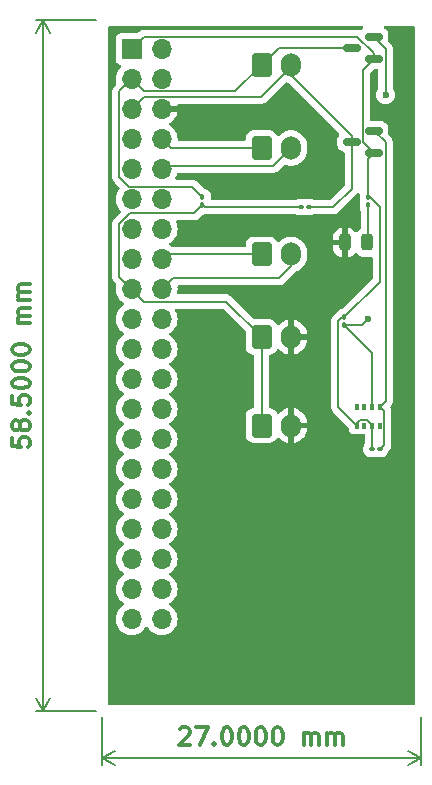
<source format=gtl>
G04 #@! TF.GenerationSoftware,KiCad,Pcbnew,8.0.1*
G04 #@! TF.CreationDate,2024-04-25T21:09:41-06:00*
G04 #@! TF.ProjectId,Small_PCB,536d616c-6c5f-4504-9342-2e6b69636164,rev?*
G04 #@! TF.SameCoordinates,Original*
G04 #@! TF.FileFunction,Copper,L1,Top*
G04 #@! TF.FilePolarity,Positive*
%FSLAX46Y46*%
G04 Gerber Fmt 4.6, Leading zero omitted, Abs format (unit mm)*
G04 Created by KiCad (PCBNEW 8.0.1) date 2024-04-25 21:09:41*
%MOMM*%
%LPD*%
G01*
G04 APERTURE LIST*
G04 Aperture macros list*
%AMRoundRect*
0 Rectangle with rounded corners*
0 $1 Rounding radius*
0 $2 $3 $4 $5 $6 $7 $8 $9 X,Y pos of 4 corners*
0 Add a 4 corners polygon primitive as box body*
4,1,4,$2,$3,$4,$5,$6,$7,$8,$9,$2,$3,0*
0 Add four circle primitives for the rounded corners*
1,1,$1+$1,$2,$3*
1,1,$1+$1,$4,$5*
1,1,$1+$1,$6,$7*
1,1,$1+$1,$8,$9*
0 Add four rect primitives between the rounded corners*
20,1,$1+$1,$2,$3,$4,$5,0*
20,1,$1+$1,$4,$5,$6,$7,0*
20,1,$1+$1,$6,$7,$8,$9,0*
20,1,$1+$1,$8,$9,$2,$3,0*%
G04 Aperture macros list end*
%ADD10C,0.300000*%
G04 #@! TA.AperFunction,NonConductor*
%ADD11C,0.300000*%
G04 #@! TD*
G04 #@! TA.AperFunction,NonConductor*
%ADD12C,0.200000*%
G04 #@! TD*
G04 #@! TA.AperFunction,ComponentPad*
%ADD13RoundRect,0.250000X-0.600000X-0.750000X0.600000X-0.750000X0.600000X0.750000X-0.600000X0.750000X0*%
G04 #@! TD*
G04 #@! TA.AperFunction,ComponentPad*
%ADD14O,1.700000X2.000000*%
G04 #@! TD*
G04 #@! TA.AperFunction,SMDPad,CuDef*
%ADD15RoundRect,0.150000X0.587500X0.150000X-0.587500X0.150000X-0.587500X-0.150000X0.587500X-0.150000X0*%
G04 #@! TD*
G04 #@! TA.AperFunction,SMDPad,CuDef*
%ADD16RoundRect,0.100000X-0.100000X0.130000X-0.100000X-0.130000X0.100000X-0.130000X0.100000X0.130000X0*%
G04 #@! TD*
G04 #@! TA.AperFunction,SMDPad,CuDef*
%ADD17RoundRect,0.243750X-0.243750X-0.456250X0.243750X-0.456250X0.243750X0.456250X-0.243750X0.456250X0*%
G04 #@! TD*
G04 #@! TA.AperFunction,SMDPad,CuDef*
%ADD18RoundRect,0.100000X-0.130000X-0.100000X0.130000X-0.100000X0.130000X0.100000X-0.130000X0.100000X0*%
G04 #@! TD*
G04 #@! TA.AperFunction,SMDPad,CuDef*
%ADD19R,0.350000X0.500000*%
G04 #@! TD*
G04 #@! TA.AperFunction,SMDPad,CuDef*
%ADD20RoundRect,0.100000X0.100000X-0.130000X0.100000X0.130000X-0.100000X0.130000X-0.100000X-0.130000X0*%
G04 #@! TD*
G04 #@! TA.AperFunction,ComponentPad*
%ADD21R,1.700000X1.700000*%
G04 #@! TD*
G04 #@! TA.AperFunction,ComponentPad*
%ADD22O,1.700000X1.700000*%
G04 #@! TD*
G04 #@! TA.AperFunction,ViaPad*
%ADD23C,0.600000*%
G04 #@! TD*
G04 #@! TA.AperFunction,Conductor*
%ADD24C,0.200000*%
G04 #@! TD*
G04 APERTURE END LIST*
D10*
D11*
X82378328Y-101892855D02*
X82378328Y-102607141D01*
X82378328Y-102607141D02*
X83092614Y-102678569D01*
X83092614Y-102678569D02*
X83021185Y-102607141D01*
X83021185Y-102607141D02*
X82949757Y-102464284D01*
X82949757Y-102464284D02*
X82949757Y-102107141D01*
X82949757Y-102107141D02*
X83021185Y-101964284D01*
X83021185Y-101964284D02*
X83092614Y-101892855D01*
X83092614Y-101892855D02*
X83235471Y-101821426D01*
X83235471Y-101821426D02*
X83592614Y-101821426D01*
X83592614Y-101821426D02*
X83735471Y-101892855D01*
X83735471Y-101892855D02*
X83806900Y-101964284D01*
X83806900Y-101964284D02*
X83878328Y-102107141D01*
X83878328Y-102107141D02*
X83878328Y-102464284D01*
X83878328Y-102464284D02*
X83806900Y-102607141D01*
X83806900Y-102607141D02*
X83735471Y-102678569D01*
X83021185Y-100964284D02*
X82949757Y-101107141D01*
X82949757Y-101107141D02*
X82878328Y-101178570D01*
X82878328Y-101178570D02*
X82735471Y-101249998D01*
X82735471Y-101249998D02*
X82664042Y-101249998D01*
X82664042Y-101249998D02*
X82521185Y-101178570D01*
X82521185Y-101178570D02*
X82449757Y-101107141D01*
X82449757Y-101107141D02*
X82378328Y-100964284D01*
X82378328Y-100964284D02*
X82378328Y-100678570D01*
X82378328Y-100678570D02*
X82449757Y-100535713D01*
X82449757Y-100535713D02*
X82521185Y-100464284D01*
X82521185Y-100464284D02*
X82664042Y-100392855D01*
X82664042Y-100392855D02*
X82735471Y-100392855D01*
X82735471Y-100392855D02*
X82878328Y-100464284D01*
X82878328Y-100464284D02*
X82949757Y-100535713D01*
X82949757Y-100535713D02*
X83021185Y-100678570D01*
X83021185Y-100678570D02*
X83021185Y-100964284D01*
X83021185Y-100964284D02*
X83092614Y-101107141D01*
X83092614Y-101107141D02*
X83164042Y-101178570D01*
X83164042Y-101178570D02*
X83306900Y-101249998D01*
X83306900Y-101249998D02*
X83592614Y-101249998D01*
X83592614Y-101249998D02*
X83735471Y-101178570D01*
X83735471Y-101178570D02*
X83806900Y-101107141D01*
X83806900Y-101107141D02*
X83878328Y-100964284D01*
X83878328Y-100964284D02*
X83878328Y-100678570D01*
X83878328Y-100678570D02*
X83806900Y-100535713D01*
X83806900Y-100535713D02*
X83735471Y-100464284D01*
X83735471Y-100464284D02*
X83592614Y-100392855D01*
X83592614Y-100392855D02*
X83306900Y-100392855D01*
X83306900Y-100392855D02*
X83164042Y-100464284D01*
X83164042Y-100464284D02*
X83092614Y-100535713D01*
X83092614Y-100535713D02*
X83021185Y-100678570D01*
X83735471Y-99749999D02*
X83806900Y-99678570D01*
X83806900Y-99678570D02*
X83878328Y-99749999D01*
X83878328Y-99749999D02*
X83806900Y-99821427D01*
X83806900Y-99821427D02*
X83735471Y-99749999D01*
X83735471Y-99749999D02*
X83878328Y-99749999D01*
X82378328Y-98321427D02*
X82378328Y-99035713D01*
X82378328Y-99035713D02*
X83092614Y-99107141D01*
X83092614Y-99107141D02*
X83021185Y-99035713D01*
X83021185Y-99035713D02*
X82949757Y-98892856D01*
X82949757Y-98892856D02*
X82949757Y-98535713D01*
X82949757Y-98535713D02*
X83021185Y-98392856D01*
X83021185Y-98392856D02*
X83092614Y-98321427D01*
X83092614Y-98321427D02*
X83235471Y-98249998D01*
X83235471Y-98249998D02*
X83592614Y-98249998D01*
X83592614Y-98249998D02*
X83735471Y-98321427D01*
X83735471Y-98321427D02*
X83806900Y-98392856D01*
X83806900Y-98392856D02*
X83878328Y-98535713D01*
X83878328Y-98535713D02*
X83878328Y-98892856D01*
X83878328Y-98892856D02*
X83806900Y-99035713D01*
X83806900Y-99035713D02*
X83735471Y-99107141D01*
X82378328Y-97321427D02*
X82378328Y-97178570D01*
X82378328Y-97178570D02*
X82449757Y-97035713D01*
X82449757Y-97035713D02*
X82521185Y-96964285D01*
X82521185Y-96964285D02*
X82664042Y-96892856D01*
X82664042Y-96892856D02*
X82949757Y-96821427D01*
X82949757Y-96821427D02*
X83306900Y-96821427D01*
X83306900Y-96821427D02*
X83592614Y-96892856D01*
X83592614Y-96892856D02*
X83735471Y-96964285D01*
X83735471Y-96964285D02*
X83806900Y-97035713D01*
X83806900Y-97035713D02*
X83878328Y-97178570D01*
X83878328Y-97178570D02*
X83878328Y-97321427D01*
X83878328Y-97321427D02*
X83806900Y-97464285D01*
X83806900Y-97464285D02*
X83735471Y-97535713D01*
X83735471Y-97535713D02*
X83592614Y-97607142D01*
X83592614Y-97607142D02*
X83306900Y-97678570D01*
X83306900Y-97678570D02*
X82949757Y-97678570D01*
X82949757Y-97678570D02*
X82664042Y-97607142D01*
X82664042Y-97607142D02*
X82521185Y-97535713D01*
X82521185Y-97535713D02*
X82449757Y-97464285D01*
X82449757Y-97464285D02*
X82378328Y-97321427D01*
X82378328Y-95892856D02*
X82378328Y-95749999D01*
X82378328Y-95749999D02*
X82449757Y-95607142D01*
X82449757Y-95607142D02*
X82521185Y-95535714D01*
X82521185Y-95535714D02*
X82664042Y-95464285D01*
X82664042Y-95464285D02*
X82949757Y-95392856D01*
X82949757Y-95392856D02*
X83306900Y-95392856D01*
X83306900Y-95392856D02*
X83592614Y-95464285D01*
X83592614Y-95464285D02*
X83735471Y-95535714D01*
X83735471Y-95535714D02*
X83806900Y-95607142D01*
X83806900Y-95607142D02*
X83878328Y-95749999D01*
X83878328Y-95749999D02*
X83878328Y-95892856D01*
X83878328Y-95892856D02*
X83806900Y-96035714D01*
X83806900Y-96035714D02*
X83735471Y-96107142D01*
X83735471Y-96107142D02*
X83592614Y-96178571D01*
X83592614Y-96178571D02*
X83306900Y-96249999D01*
X83306900Y-96249999D02*
X82949757Y-96249999D01*
X82949757Y-96249999D02*
X82664042Y-96178571D01*
X82664042Y-96178571D02*
X82521185Y-96107142D01*
X82521185Y-96107142D02*
X82449757Y-96035714D01*
X82449757Y-96035714D02*
X82378328Y-95892856D01*
X82378328Y-94464285D02*
X82378328Y-94321428D01*
X82378328Y-94321428D02*
X82449757Y-94178571D01*
X82449757Y-94178571D02*
X82521185Y-94107143D01*
X82521185Y-94107143D02*
X82664042Y-94035714D01*
X82664042Y-94035714D02*
X82949757Y-93964285D01*
X82949757Y-93964285D02*
X83306900Y-93964285D01*
X83306900Y-93964285D02*
X83592614Y-94035714D01*
X83592614Y-94035714D02*
X83735471Y-94107143D01*
X83735471Y-94107143D02*
X83806900Y-94178571D01*
X83806900Y-94178571D02*
X83878328Y-94321428D01*
X83878328Y-94321428D02*
X83878328Y-94464285D01*
X83878328Y-94464285D02*
X83806900Y-94607143D01*
X83806900Y-94607143D02*
X83735471Y-94678571D01*
X83735471Y-94678571D02*
X83592614Y-94750000D01*
X83592614Y-94750000D02*
X83306900Y-94821428D01*
X83306900Y-94821428D02*
X82949757Y-94821428D01*
X82949757Y-94821428D02*
X82664042Y-94750000D01*
X82664042Y-94750000D02*
X82521185Y-94678571D01*
X82521185Y-94678571D02*
X82449757Y-94607143D01*
X82449757Y-94607143D02*
X82378328Y-94464285D01*
X83878328Y-92178572D02*
X82878328Y-92178572D01*
X83021185Y-92178572D02*
X82949757Y-92107143D01*
X82949757Y-92107143D02*
X82878328Y-91964286D01*
X82878328Y-91964286D02*
X82878328Y-91750000D01*
X82878328Y-91750000D02*
X82949757Y-91607143D01*
X82949757Y-91607143D02*
X83092614Y-91535715D01*
X83092614Y-91535715D02*
X83878328Y-91535715D01*
X83092614Y-91535715D02*
X82949757Y-91464286D01*
X82949757Y-91464286D02*
X82878328Y-91321429D01*
X82878328Y-91321429D02*
X82878328Y-91107143D01*
X82878328Y-91107143D02*
X82949757Y-90964286D01*
X82949757Y-90964286D02*
X83092614Y-90892857D01*
X83092614Y-90892857D02*
X83878328Y-90892857D01*
X83878328Y-90178572D02*
X82878328Y-90178572D01*
X83021185Y-90178572D02*
X82949757Y-90107143D01*
X82949757Y-90107143D02*
X82878328Y-89964286D01*
X82878328Y-89964286D02*
X82878328Y-89750000D01*
X82878328Y-89750000D02*
X82949757Y-89607143D01*
X82949757Y-89607143D02*
X83092614Y-89535715D01*
X83092614Y-89535715D02*
X83878328Y-89535715D01*
X83092614Y-89535715D02*
X82949757Y-89464286D01*
X82949757Y-89464286D02*
X82878328Y-89321429D01*
X82878328Y-89321429D02*
X82878328Y-89107143D01*
X82878328Y-89107143D02*
X82949757Y-88964286D01*
X82949757Y-88964286D02*
X83092614Y-88892857D01*
X83092614Y-88892857D02*
X83878328Y-88892857D01*
D12*
X89500000Y-125000000D02*
X84413580Y-125000000D01*
X89500000Y-66500000D02*
X84413580Y-66500000D01*
X85000000Y-125000000D02*
X85000000Y-66500000D01*
X85000000Y-125000000D02*
X85000000Y-66500000D01*
X85000000Y-125000000D02*
X84413579Y-123873496D01*
X85000000Y-125000000D02*
X85586421Y-123873496D01*
X85000000Y-66500000D02*
X85586421Y-67626504D01*
X85000000Y-66500000D02*
X84413579Y-67626504D01*
D10*
D11*
X96571430Y-126521185D02*
X96642858Y-126449757D01*
X96642858Y-126449757D02*
X96785716Y-126378328D01*
X96785716Y-126378328D02*
X97142858Y-126378328D01*
X97142858Y-126378328D02*
X97285716Y-126449757D01*
X97285716Y-126449757D02*
X97357144Y-126521185D01*
X97357144Y-126521185D02*
X97428573Y-126664042D01*
X97428573Y-126664042D02*
X97428573Y-126806900D01*
X97428573Y-126806900D02*
X97357144Y-127021185D01*
X97357144Y-127021185D02*
X96500001Y-127878328D01*
X96500001Y-127878328D02*
X97428573Y-127878328D01*
X97928572Y-126378328D02*
X98928572Y-126378328D01*
X98928572Y-126378328D02*
X98285715Y-127878328D01*
X99500000Y-127735471D02*
X99571429Y-127806900D01*
X99571429Y-127806900D02*
X99500000Y-127878328D01*
X99500000Y-127878328D02*
X99428572Y-127806900D01*
X99428572Y-127806900D02*
X99500000Y-127735471D01*
X99500000Y-127735471D02*
X99500000Y-127878328D01*
X100500001Y-126378328D02*
X100642858Y-126378328D01*
X100642858Y-126378328D02*
X100785715Y-126449757D01*
X100785715Y-126449757D02*
X100857144Y-126521185D01*
X100857144Y-126521185D02*
X100928572Y-126664042D01*
X100928572Y-126664042D02*
X101000001Y-126949757D01*
X101000001Y-126949757D02*
X101000001Y-127306900D01*
X101000001Y-127306900D02*
X100928572Y-127592614D01*
X100928572Y-127592614D02*
X100857144Y-127735471D01*
X100857144Y-127735471D02*
X100785715Y-127806900D01*
X100785715Y-127806900D02*
X100642858Y-127878328D01*
X100642858Y-127878328D02*
X100500001Y-127878328D01*
X100500001Y-127878328D02*
X100357144Y-127806900D01*
X100357144Y-127806900D02*
X100285715Y-127735471D01*
X100285715Y-127735471D02*
X100214286Y-127592614D01*
X100214286Y-127592614D02*
X100142858Y-127306900D01*
X100142858Y-127306900D02*
X100142858Y-126949757D01*
X100142858Y-126949757D02*
X100214286Y-126664042D01*
X100214286Y-126664042D02*
X100285715Y-126521185D01*
X100285715Y-126521185D02*
X100357144Y-126449757D01*
X100357144Y-126449757D02*
X100500001Y-126378328D01*
X101928572Y-126378328D02*
X102071429Y-126378328D01*
X102071429Y-126378328D02*
X102214286Y-126449757D01*
X102214286Y-126449757D02*
X102285715Y-126521185D01*
X102285715Y-126521185D02*
X102357143Y-126664042D01*
X102357143Y-126664042D02*
X102428572Y-126949757D01*
X102428572Y-126949757D02*
X102428572Y-127306900D01*
X102428572Y-127306900D02*
X102357143Y-127592614D01*
X102357143Y-127592614D02*
X102285715Y-127735471D01*
X102285715Y-127735471D02*
X102214286Y-127806900D01*
X102214286Y-127806900D02*
X102071429Y-127878328D01*
X102071429Y-127878328D02*
X101928572Y-127878328D01*
X101928572Y-127878328D02*
X101785715Y-127806900D01*
X101785715Y-127806900D02*
X101714286Y-127735471D01*
X101714286Y-127735471D02*
X101642857Y-127592614D01*
X101642857Y-127592614D02*
X101571429Y-127306900D01*
X101571429Y-127306900D02*
X101571429Y-126949757D01*
X101571429Y-126949757D02*
X101642857Y-126664042D01*
X101642857Y-126664042D02*
X101714286Y-126521185D01*
X101714286Y-126521185D02*
X101785715Y-126449757D01*
X101785715Y-126449757D02*
X101928572Y-126378328D01*
X103357143Y-126378328D02*
X103500000Y-126378328D01*
X103500000Y-126378328D02*
X103642857Y-126449757D01*
X103642857Y-126449757D02*
X103714286Y-126521185D01*
X103714286Y-126521185D02*
X103785714Y-126664042D01*
X103785714Y-126664042D02*
X103857143Y-126949757D01*
X103857143Y-126949757D02*
X103857143Y-127306900D01*
X103857143Y-127306900D02*
X103785714Y-127592614D01*
X103785714Y-127592614D02*
X103714286Y-127735471D01*
X103714286Y-127735471D02*
X103642857Y-127806900D01*
X103642857Y-127806900D02*
X103500000Y-127878328D01*
X103500000Y-127878328D02*
X103357143Y-127878328D01*
X103357143Y-127878328D02*
X103214286Y-127806900D01*
X103214286Y-127806900D02*
X103142857Y-127735471D01*
X103142857Y-127735471D02*
X103071428Y-127592614D01*
X103071428Y-127592614D02*
X103000000Y-127306900D01*
X103000000Y-127306900D02*
X103000000Y-126949757D01*
X103000000Y-126949757D02*
X103071428Y-126664042D01*
X103071428Y-126664042D02*
X103142857Y-126521185D01*
X103142857Y-126521185D02*
X103214286Y-126449757D01*
X103214286Y-126449757D02*
X103357143Y-126378328D01*
X104785714Y-126378328D02*
X104928571Y-126378328D01*
X104928571Y-126378328D02*
X105071428Y-126449757D01*
X105071428Y-126449757D02*
X105142857Y-126521185D01*
X105142857Y-126521185D02*
X105214285Y-126664042D01*
X105214285Y-126664042D02*
X105285714Y-126949757D01*
X105285714Y-126949757D02*
X105285714Y-127306900D01*
X105285714Y-127306900D02*
X105214285Y-127592614D01*
X105214285Y-127592614D02*
X105142857Y-127735471D01*
X105142857Y-127735471D02*
X105071428Y-127806900D01*
X105071428Y-127806900D02*
X104928571Y-127878328D01*
X104928571Y-127878328D02*
X104785714Y-127878328D01*
X104785714Y-127878328D02*
X104642857Y-127806900D01*
X104642857Y-127806900D02*
X104571428Y-127735471D01*
X104571428Y-127735471D02*
X104499999Y-127592614D01*
X104499999Y-127592614D02*
X104428571Y-127306900D01*
X104428571Y-127306900D02*
X104428571Y-126949757D01*
X104428571Y-126949757D02*
X104499999Y-126664042D01*
X104499999Y-126664042D02*
X104571428Y-126521185D01*
X104571428Y-126521185D02*
X104642857Y-126449757D01*
X104642857Y-126449757D02*
X104785714Y-126378328D01*
X107071427Y-127878328D02*
X107071427Y-126878328D01*
X107071427Y-127021185D02*
X107142856Y-126949757D01*
X107142856Y-126949757D02*
X107285713Y-126878328D01*
X107285713Y-126878328D02*
X107499999Y-126878328D01*
X107499999Y-126878328D02*
X107642856Y-126949757D01*
X107642856Y-126949757D02*
X107714285Y-127092614D01*
X107714285Y-127092614D02*
X107714285Y-127878328D01*
X107714285Y-127092614D02*
X107785713Y-126949757D01*
X107785713Y-126949757D02*
X107928570Y-126878328D01*
X107928570Y-126878328D02*
X108142856Y-126878328D01*
X108142856Y-126878328D02*
X108285713Y-126949757D01*
X108285713Y-126949757D02*
X108357142Y-127092614D01*
X108357142Y-127092614D02*
X108357142Y-127878328D01*
X109071427Y-127878328D02*
X109071427Y-126878328D01*
X109071427Y-127021185D02*
X109142856Y-126949757D01*
X109142856Y-126949757D02*
X109285713Y-126878328D01*
X109285713Y-126878328D02*
X109499999Y-126878328D01*
X109499999Y-126878328D02*
X109642856Y-126949757D01*
X109642856Y-126949757D02*
X109714285Y-127092614D01*
X109714285Y-127092614D02*
X109714285Y-127878328D01*
X109714285Y-127092614D02*
X109785713Y-126949757D01*
X109785713Y-126949757D02*
X109928570Y-126878328D01*
X109928570Y-126878328D02*
X110142856Y-126878328D01*
X110142856Y-126878328D02*
X110285713Y-126949757D01*
X110285713Y-126949757D02*
X110357142Y-127092614D01*
X110357142Y-127092614D02*
X110357142Y-127878328D01*
D12*
X90000000Y-125500000D02*
X90000000Y-129586420D01*
X117000000Y-125500000D02*
X117000000Y-129586420D01*
X90000000Y-129000000D02*
X117000000Y-129000000D01*
X90000000Y-129000000D02*
X117000000Y-129000000D01*
X90000000Y-129000000D02*
X91126504Y-128413579D01*
X90000000Y-129000000D02*
X91126504Y-129586421D01*
X117000000Y-129000000D02*
X115873496Y-129586421D01*
X117000000Y-129000000D02*
X115873496Y-128413579D01*
D13*
X103500000Y-86335000D03*
D14*
X106000000Y-86335000D03*
D13*
X103500000Y-100835000D03*
D14*
X106000000Y-100835000D03*
D15*
X113000000Y-69835000D03*
X113000000Y-67935000D03*
X111125000Y-68885000D03*
D16*
X112500000Y-81515000D03*
X112500000Y-82155000D03*
D17*
X110562500Y-85335000D03*
X112437500Y-85335000D03*
D18*
X112860000Y-102835000D03*
X113500000Y-102835000D03*
D13*
X103500000Y-93335000D03*
D14*
X106000000Y-93335000D03*
D19*
X111550000Y-99235000D03*
X112200000Y-99235000D03*
X112850000Y-99235000D03*
X113500000Y-99235000D03*
X113500000Y-100835000D03*
X112850000Y-100835000D03*
X112200000Y-100835000D03*
X111550000Y-100835000D03*
D13*
X103500000Y-77335000D03*
D14*
X106000000Y-77335000D03*
D20*
X98500000Y-82155000D03*
X98500000Y-81515000D03*
D15*
X113000000Y-77785000D03*
X113000000Y-75885000D03*
X111125000Y-76835000D03*
D16*
X110500000Y-91670000D03*
X110500000Y-92310000D03*
D13*
X103500000Y-70335000D03*
D14*
X106000000Y-70335000D03*
D18*
X106860000Y-82335000D03*
X107500000Y-82335000D03*
D21*
X92500000Y-68960000D03*
D22*
X95040000Y-68960000D03*
X92500000Y-71500000D03*
X95040000Y-71500000D03*
X92500000Y-74040000D03*
X95040000Y-74040000D03*
X92500000Y-76580000D03*
X95040000Y-76580000D03*
X92500000Y-79120000D03*
X95040000Y-79120000D03*
X92500000Y-81660000D03*
X95040000Y-81660000D03*
X92500000Y-84200000D03*
X95040000Y-84200000D03*
X92500000Y-86740000D03*
X95040000Y-86740000D03*
X92500000Y-89280000D03*
X95040000Y-89280000D03*
X92500000Y-91820000D03*
X95040000Y-91820000D03*
X92500000Y-94360000D03*
X95040000Y-94360000D03*
X92500000Y-96900000D03*
X95040000Y-96900000D03*
X92500000Y-99440000D03*
X95040000Y-99440000D03*
X92500000Y-101980000D03*
X95040000Y-101980000D03*
X92500000Y-104520000D03*
X95040000Y-104520000D03*
X92500000Y-107060000D03*
X95040000Y-107060000D03*
X92500000Y-109600000D03*
X95040000Y-109600000D03*
X92500000Y-112140000D03*
X95040000Y-112140000D03*
X92500000Y-114680000D03*
X95040000Y-114680000D03*
X92500000Y-117220000D03*
X95040000Y-117220000D03*
D23*
X114000000Y-72835000D03*
X112500000Y-91835000D03*
D24*
X106000000Y-100835000D02*
X106000000Y-93335000D01*
X112500000Y-85272500D02*
X112437500Y-85335000D01*
X112500000Y-82155000D02*
X112500000Y-85272500D01*
X106860000Y-82335000D02*
X98680000Y-82335000D01*
X91450000Y-88230000D02*
X92500000Y-89280000D01*
X97820000Y-82835000D02*
X92380075Y-82835000D01*
X98680000Y-82335000D02*
X98500000Y-82155000D01*
X93555000Y-90335000D02*
X92500000Y-89280000D01*
X91450000Y-83765075D02*
X91450000Y-88230000D01*
X92380075Y-82835000D02*
X91450000Y-83765075D01*
X98500000Y-82155000D02*
X97820000Y-82835000D01*
X100500000Y-90335000D02*
X93555000Y-90335000D01*
X103500000Y-93335000D02*
X100500000Y-90335000D01*
X103500000Y-100835000D02*
X103500000Y-93335000D01*
X103500000Y-77335000D02*
X95795000Y-77335000D01*
X95795000Y-77335000D02*
X95040000Y-76580000D01*
X98500000Y-81515000D02*
X97595000Y-80610000D01*
X93550000Y-72550000D02*
X92500000Y-71500000D01*
X103500000Y-70335000D02*
X101285000Y-72550000D01*
X92275000Y-80610000D02*
X91450000Y-79785000D01*
X91450000Y-72550000D02*
X92500000Y-71500000D01*
X101285000Y-72550000D02*
X93550000Y-72550000D01*
X111125000Y-68885000D02*
X104950000Y-68885000D01*
X104950000Y-68885000D02*
X103500000Y-70335000D01*
X91450000Y-79785000D02*
X91450000Y-72550000D01*
X97595000Y-80610000D02*
X92275000Y-80610000D01*
X106000000Y-70335000D02*
X106000000Y-70485000D01*
X106000000Y-70485000D02*
X103495000Y-72990000D01*
X103495000Y-72990000D02*
X93550000Y-72990000D01*
X107500000Y-82335000D02*
X109562500Y-82335000D01*
X111125000Y-80772500D02*
X111125000Y-76835000D01*
X106000000Y-71160000D02*
X106000000Y-70335000D01*
X93550000Y-72990000D02*
X92500000Y-74040000D01*
X111125000Y-76835000D02*
X111125000Y-76285000D01*
X111125000Y-76285000D02*
X106000000Y-71160000D01*
X109562500Y-82335000D02*
X111125000Y-80772500D01*
X112860000Y-102835000D02*
X112860000Y-100845000D01*
X113000000Y-69835000D02*
X113000000Y-69335000D01*
X112062500Y-76847500D02*
X113000000Y-77785000D01*
X110500000Y-91670000D02*
X110300001Y-91670000D01*
X111525000Y-100810000D02*
X111525000Y-100685000D01*
X110000000Y-99285000D02*
X111550000Y-100835000D01*
X110500000Y-91670000D02*
X113500000Y-88670000D01*
X110000000Y-91970001D02*
X110000000Y-99285000D01*
X112500000Y-81515000D02*
X112500000Y-78285000D01*
X112850000Y-100760000D02*
X112850000Y-100835000D01*
X113500000Y-88670000D02*
X113500000Y-82315001D01*
X93550000Y-67910000D02*
X92500000Y-68960000D01*
X111550000Y-100835000D02*
X111525000Y-100810000D01*
X112699999Y-81515000D02*
X112500000Y-81515000D01*
X113500000Y-82315001D02*
X112699999Y-81515000D01*
X110300001Y-91670000D02*
X110000000Y-91970001D01*
X112860000Y-100845000D02*
X112850000Y-100835000D01*
X112062500Y-70772500D02*
X112062500Y-76847500D01*
X111575000Y-67910000D02*
X93550000Y-67910000D01*
X112425000Y-100335000D02*
X112850000Y-100760000D01*
X111875000Y-100335000D02*
X112425000Y-100335000D01*
X112500000Y-78285000D02*
X113000000Y-77785000D01*
X111525000Y-100685000D02*
X111875000Y-100335000D01*
X113000000Y-69835000D02*
X112062500Y-70772500D01*
X113000000Y-69335000D02*
X111575000Y-67910000D01*
X103500000Y-86335000D02*
X95445000Y-86335000D01*
X95445000Y-86335000D02*
X95040000Y-86740000D01*
X106000000Y-87335000D02*
X105000000Y-88335000D01*
X106000000Y-86335000D02*
X106000000Y-87335000D01*
X105000000Y-88335000D02*
X95985000Y-88335000D01*
X95985000Y-88335000D02*
X95040000Y-89280000D01*
X104500000Y-78835000D02*
X95325000Y-78835000D01*
X106000000Y-77335000D02*
X104500000Y-78835000D01*
X95325000Y-78835000D02*
X95040000Y-79120000D01*
X114000000Y-76822500D02*
X114000000Y-98797500D01*
X113875000Y-99610000D02*
X113500000Y-99235000D01*
X113500000Y-102835000D02*
X113875000Y-102460000D01*
X113875000Y-102460000D02*
X113875000Y-99610000D01*
X114000000Y-98797500D02*
X113562500Y-99235000D01*
X113062500Y-75885000D02*
X114000000Y-76822500D01*
X114000000Y-72835000D02*
X114000000Y-68935000D01*
X110500000Y-92310000D02*
X110512500Y-92322500D01*
X114000000Y-68935000D02*
X113000000Y-67935000D01*
X112012500Y-92322500D02*
X112500000Y-91835000D01*
X110512500Y-92322500D02*
X112012500Y-92322500D01*
X110500000Y-92310000D02*
X112850000Y-94660000D01*
X112850000Y-94660000D02*
X112850000Y-99235000D01*
G04 #@! TA.AperFunction,Conductor*
G36*
X112074897Y-67020185D02*
G01*
X112120652Y-67072989D01*
X112130596Y-67142147D01*
X112101571Y-67205703D01*
X112070978Y-67231232D01*
X112010641Y-67266914D01*
X112010633Y-67266920D01*
X111950361Y-67327192D01*
X111889037Y-67360676D01*
X111819346Y-67355691D01*
X111814375Y-67353350D01*
X111814299Y-67353535D01*
X111806789Y-67350424D01*
X111794263Y-67347067D01*
X111654057Y-67309499D01*
X111495943Y-67309499D01*
X111488347Y-67309499D01*
X111488331Y-67309500D01*
X93629057Y-67309500D01*
X93470942Y-67309500D01*
X93318215Y-67350423D01*
X93318214Y-67350423D01*
X93318212Y-67350424D01*
X93318209Y-67350425D01*
X93274915Y-67375422D01*
X93274913Y-67375423D01*
X93181290Y-67429475D01*
X93181282Y-67429481D01*
X93086162Y-67524602D01*
X93069480Y-67541284D01*
X93069478Y-67541286D01*
X93037581Y-67573183D01*
X92976257Y-67606667D01*
X92949901Y-67609500D01*
X91602129Y-67609500D01*
X91602123Y-67609501D01*
X91542516Y-67615908D01*
X91407671Y-67666202D01*
X91407664Y-67666206D01*
X91292455Y-67752452D01*
X91292452Y-67752455D01*
X91206206Y-67867664D01*
X91206202Y-67867671D01*
X91155908Y-68002517D01*
X91149501Y-68062116D01*
X91149500Y-68062135D01*
X91149500Y-69857870D01*
X91149501Y-69857876D01*
X91155908Y-69917483D01*
X91206202Y-70052328D01*
X91206206Y-70052335D01*
X91292452Y-70167544D01*
X91292455Y-70167547D01*
X91407664Y-70253793D01*
X91407671Y-70253797D01*
X91539081Y-70302810D01*
X91595015Y-70344681D01*
X91619432Y-70410145D01*
X91604580Y-70478418D01*
X91583430Y-70506673D01*
X91461503Y-70628600D01*
X91325965Y-70822169D01*
X91325964Y-70822171D01*
X91226098Y-71036335D01*
X91226094Y-71036344D01*
X91164938Y-71264586D01*
X91164936Y-71264596D01*
X91144341Y-71499999D01*
X91144341Y-71500000D01*
X91164936Y-71735403D01*
X91164938Y-71735413D01*
X91199327Y-71863756D01*
X91197664Y-71933606D01*
X91167234Y-71983530D01*
X91081286Y-72069478D01*
X90969481Y-72181282D01*
X90969480Y-72181284D01*
X90921027Y-72265209D01*
X90919361Y-72268094D01*
X90919359Y-72268096D01*
X90890425Y-72318209D01*
X90890424Y-72318210D01*
X90881054Y-72353181D01*
X90849499Y-72470943D01*
X90849499Y-72470945D01*
X90849499Y-72639046D01*
X90849500Y-72639059D01*
X90849500Y-79698330D01*
X90849499Y-79698348D01*
X90849499Y-79864054D01*
X90849498Y-79864054D01*
X90890424Y-80016789D01*
X90890425Y-80016790D01*
X90909843Y-80050422D01*
X90909844Y-80050423D01*
X90969477Y-80153712D01*
X90969481Y-80153717D01*
X91088349Y-80272585D01*
X91088355Y-80272590D01*
X91446766Y-80631001D01*
X91480251Y-80692324D01*
X91475267Y-80762016D01*
X91460660Y-80789805D01*
X91325965Y-80982169D01*
X91325964Y-80982171D01*
X91226098Y-81196335D01*
X91226094Y-81196344D01*
X91164938Y-81424586D01*
X91164936Y-81424596D01*
X91144341Y-81659999D01*
X91144341Y-81660000D01*
X91164936Y-81895403D01*
X91164938Y-81895413D01*
X91226094Y-82123655D01*
X91226096Y-82123659D01*
X91226097Y-82123663D01*
X91319684Y-82324360D01*
X91325965Y-82337830D01*
X91325967Y-82337834D01*
X91398739Y-82441762D01*
X91461505Y-82531401D01*
X91517940Y-82587836D01*
X91560290Y-82630186D01*
X91593774Y-82691509D01*
X91588790Y-82761201D01*
X91560289Y-82805548D01*
X91081286Y-83284553D01*
X90969481Y-83396357D01*
X90969477Y-83396362D01*
X90946883Y-83435499D01*
X90946882Y-83435501D01*
X90890423Y-83533290D01*
X90849499Y-83686018D01*
X90849499Y-83686020D01*
X90849499Y-83854121D01*
X90849500Y-83854134D01*
X90849500Y-88143330D01*
X90849499Y-88143348D01*
X90849499Y-88309054D01*
X90849498Y-88309054D01*
X90890423Y-88461785D01*
X90919358Y-88511900D01*
X90919359Y-88511904D01*
X90919360Y-88511904D01*
X90966848Y-88594158D01*
X90969479Y-88598714D01*
X90969481Y-88598717D01*
X91088349Y-88717585D01*
X91088355Y-88717590D01*
X91167233Y-88796468D01*
X91200718Y-88857791D01*
X91199327Y-88916241D01*
X91164939Y-89044583D01*
X91164936Y-89044596D01*
X91144341Y-89279999D01*
X91144341Y-89280000D01*
X91164936Y-89515403D01*
X91164938Y-89515413D01*
X91226094Y-89743655D01*
X91226096Y-89743659D01*
X91226097Y-89743663D01*
X91325965Y-89957830D01*
X91325967Y-89957834D01*
X91461501Y-90151395D01*
X91461506Y-90151402D01*
X91628597Y-90318493D01*
X91628603Y-90318498D01*
X91814158Y-90448425D01*
X91857783Y-90503002D01*
X91864977Y-90572500D01*
X91833454Y-90634855D01*
X91814158Y-90651575D01*
X91628597Y-90781505D01*
X91461505Y-90948597D01*
X91325965Y-91142169D01*
X91325964Y-91142171D01*
X91226098Y-91356335D01*
X91226094Y-91356344D01*
X91164938Y-91584586D01*
X91164936Y-91584596D01*
X91144341Y-91819999D01*
X91144341Y-91820000D01*
X91164936Y-92055403D01*
X91164938Y-92055413D01*
X91226094Y-92283655D01*
X91226096Y-92283659D01*
X91226097Y-92283663D01*
X91251091Y-92337262D01*
X91325965Y-92497830D01*
X91325967Y-92497834D01*
X91420062Y-92632215D01*
X91461501Y-92691396D01*
X91461506Y-92691402D01*
X91628597Y-92858493D01*
X91628603Y-92858498D01*
X91814158Y-92988425D01*
X91857783Y-93043002D01*
X91864977Y-93112500D01*
X91833454Y-93174855D01*
X91814158Y-93191575D01*
X91628597Y-93321505D01*
X91461505Y-93488597D01*
X91325965Y-93682169D01*
X91325964Y-93682171D01*
X91226098Y-93896335D01*
X91226094Y-93896344D01*
X91164938Y-94124586D01*
X91164936Y-94124596D01*
X91144341Y-94359999D01*
X91144341Y-94360000D01*
X91164936Y-94595403D01*
X91164938Y-94595413D01*
X91226094Y-94823655D01*
X91226096Y-94823659D01*
X91226097Y-94823663D01*
X91306004Y-94995023D01*
X91325965Y-95037830D01*
X91325967Y-95037834D01*
X91434281Y-95192521D01*
X91461501Y-95231396D01*
X91461506Y-95231402D01*
X91628597Y-95398493D01*
X91628603Y-95398498D01*
X91814158Y-95528425D01*
X91857783Y-95583002D01*
X91864977Y-95652500D01*
X91833454Y-95714855D01*
X91814158Y-95731575D01*
X91628597Y-95861505D01*
X91461505Y-96028597D01*
X91325965Y-96222169D01*
X91325964Y-96222171D01*
X91226098Y-96436335D01*
X91226094Y-96436344D01*
X91164938Y-96664586D01*
X91164936Y-96664596D01*
X91144341Y-96899999D01*
X91144341Y-96900000D01*
X91164936Y-97135403D01*
X91164938Y-97135413D01*
X91226094Y-97363655D01*
X91226096Y-97363659D01*
X91226097Y-97363663D01*
X91230000Y-97372032D01*
X91325965Y-97577830D01*
X91325967Y-97577834D01*
X91434281Y-97732521D01*
X91461501Y-97771396D01*
X91461506Y-97771402D01*
X91628597Y-97938493D01*
X91628603Y-97938498D01*
X91814158Y-98068425D01*
X91857783Y-98123002D01*
X91864977Y-98192500D01*
X91833454Y-98254855D01*
X91814158Y-98271575D01*
X91628597Y-98401505D01*
X91461505Y-98568597D01*
X91325965Y-98762169D01*
X91325964Y-98762171D01*
X91226098Y-98976335D01*
X91226094Y-98976344D01*
X91164938Y-99204586D01*
X91164936Y-99204596D01*
X91144341Y-99439999D01*
X91144341Y-99440000D01*
X91164936Y-99675403D01*
X91164938Y-99675413D01*
X91226094Y-99903655D01*
X91226096Y-99903659D01*
X91226097Y-99903663D01*
X91320703Y-100106546D01*
X91325965Y-100117830D01*
X91325967Y-100117834D01*
X91434281Y-100272521D01*
X91461501Y-100311396D01*
X91461506Y-100311402D01*
X91628597Y-100478493D01*
X91628603Y-100478498D01*
X91814158Y-100608425D01*
X91857783Y-100663002D01*
X91864977Y-100732500D01*
X91833454Y-100794855D01*
X91814158Y-100811575D01*
X91628597Y-100941505D01*
X91461505Y-101108597D01*
X91325965Y-101302169D01*
X91325964Y-101302171D01*
X91226098Y-101516335D01*
X91226094Y-101516344D01*
X91164938Y-101744586D01*
X91164936Y-101744596D01*
X91144341Y-101979999D01*
X91144341Y-101980000D01*
X91164936Y-102215403D01*
X91164938Y-102215413D01*
X91226092Y-102443647D01*
X91226094Y-102443655D01*
X91226097Y-102443663D01*
X91230000Y-102452032D01*
X91325965Y-102657830D01*
X91325967Y-102657834D01*
X91434281Y-102812521D01*
X91461501Y-102851396D01*
X91461506Y-102851402D01*
X91628597Y-103018493D01*
X91628603Y-103018498D01*
X91814158Y-103148425D01*
X91857783Y-103203002D01*
X91864977Y-103272500D01*
X91833454Y-103334855D01*
X91814158Y-103351575D01*
X91628597Y-103481505D01*
X91461505Y-103648597D01*
X91325965Y-103842169D01*
X91325964Y-103842171D01*
X91226098Y-104056335D01*
X91226094Y-104056344D01*
X91164938Y-104284586D01*
X91164936Y-104284596D01*
X91144341Y-104519999D01*
X91144341Y-104520000D01*
X91164936Y-104755403D01*
X91164938Y-104755413D01*
X91226094Y-104983655D01*
X91226096Y-104983659D01*
X91226097Y-104983663D01*
X91230000Y-104992032D01*
X91325965Y-105197830D01*
X91325967Y-105197834D01*
X91434281Y-105352521D01*
X91461501Y-105391396D01*
X91461506Y-105391402D01*
X91628597Y-105558493D01*
X91628603Y-105558498D01*
X91814158Y-105688425D01*
X91857783Y-105743002D01*
X91864977Y-105812500D01*
X91833454Y-105874855D01*
X91814158Y-105891575D01*
X91628597Y-106021505D01*
X91461505Y-106188597D01*
X91325965Y-106382169D01*
X91325964Y-106382171D01*
X91226098Y-106596335D01*
X91226094Y-106596344D01*
X91164938Y-106824586D01*
X91164936Y-106824596D01*
X91144341Y-107059999D01*
X91144341Y-107060000D01*
X91164936Y-107295403D01*
X91164938Y-107295413D01*
X91226094Y-107523655D01*
X91226096Y-107523659D01*
X91226097Y-107523663D01*
X91230000Y-107532032D01*
X91325965Y-107737830D01*
X91325967Y-107737834D01*
X91434281Y-107892521D01*
X91461501Y-107931396D01*
X91461506Y-107931402D01*
X91628597Y-108098493D01*
X91628603Y-108098498D01*
X91814158Y-108228425D01*
X91857783Y-108283002D01*
X91864977Y-108352500D01*
X91833454Y-108414855D01*
X91814158Y-108431575D01*
X91628597Y-108561505D01*
X91461505Y-108728597D01*
X91325965Y-108922169D01*
X91325964Y-108922171D01*
X91226098Y-109136335D01*
X91226094Y-109136344D01*
X91164938Y-109364586D01*
X91164936Y-109364596D01*
X91144341Y-109599999D01*
X91144341Y-109600000D01*
X91164936Y-109835403D01*
X91164938Y-109835413D01*
X91226094Y-110063655D01*
X91226096Y-110063659D01*
X91226097Y-110063663D01*
X91230000Y-110072032D01*
X91325965Y-110277830D01*
X91325967Y-110277834D01*
X91434281Y-110432521D01*
X91461501Y-110471396D01*
X91461506Y-110471402D01*
X91628597Y-110638493D01*
X91628603Y-110638498D01*
X91814158Y-110768425D01*
X91857783Y-110823002D01*
X91864977Y-110892500D01*
X91833454Y-110954855D01*
X91814158Y-110971575D01*
X91628597Y-111101505D01*
X91461505Y-111268597D01*
X91325965Y-111462169D01*
X91325964Y-111462171D01*
X91226098Y-111676335D01*
X91226094Y-111676344D01*
X91164938Y-111904586D01*
X91164936Y-111904596D01*
X91144341Y-112139999D01*
X91144341Y-112140000D01*
X91164936Y-112375403D01*
X91164938Y-112375413D01*
X91226094Y-112603655D01*
X91226096Y-112603659D01*
X91226097Y-112603663D01*
X91230000Y-112612032D01*
X91325965Y-112817830D01*
X91325967Y-112817834D01*
X91434281Y-112972521D01*
X91461501Y-113011396D01*
X91461506Y-113011402D01*
X91628597Y-113178493D01*
X91628603Y-113178498D01*
X91814158Y-113308425D01*
X91857783Y-113363002D01*
X91864977Y-113432500D01*
X91833454Y-113494855D01*
X91814158Y-113511575D01*
X91628597Y-113641505D01*
X91461505Y-113808597D01*
X91325965Y-114002169D01*
X91325964Y-114002171D01*
X91226098Y-114216335D01*
X91226094Y-114216344D01*
X91164938Y-114444586D01*
X91164936Y-114444596D01*
X91144341Y-114679999D01*
X91144341Y-114680000D01*
X91164936Y-114915403D01*
X91164938Y-114915413D01*
X91226094Y-115143655D01*
X91226096Y-115143659D01*
X91226097Y-115143663D01*
X91230000Y-115152032D01*
X91325965Y-115357830D01*
X91325967Y-115357834D01*
X91434281Y-115512521D01*
X91461501Y-115551396D01*
X91461506Y-115551402D01*
X91628597Y-115718493D01*
X91628603Y-115718498D01*
X91814158Y-115848425D01*
X91857783Y-115903002D01*
X91864977Y-115972500D01*
X91833454Y-116034855D01*
X91814158Y-116051575D01*
X91628597Y-116181505D01*
X91461505Y-116348597D01*
X91325965Y-116542169D01*
X91325964Y-116542171D01*
X91226098Y-116756335D01*
X91226094Y-116756344D01*
X91164938Y-116984586D01*
X91164936Y-116984596D01*
X91144341Y-117219999D01*
X91144341Y-117220000D01*
X91164936Y-117455403D01*
X91164938Y-117455413D01*
X91226094Y-117683655D01*
X91226096Y-117683659D01*
X91226097Y-117683663D01*
X91230000Y-117692032D01*
X91325965Y-117897830D01*
X91325967Y-117897834D01*
X91434281Y-118052521D01*
X91461505Y-118091401D01*
X91628599Y-118258495D01*
X91725384Y-118326265D01*
X91822165Y-118394032D01*
X91822167Y-118394033D01*
X91822170Y-118394035D01*
X92036337Y-118493903D01*
X92264592Y-118555063D01*
X92452918Y-118571539D01*
X92499999Y-118575659D01*
X92500000Y-118575659D01*
X92500001Y-118575659D01*
X92539234Y-118572226D01*
X92735408Y-118555063D01*
X92963663Y-118493903D01*
X93177830Y-118394035D01*
X93371401Y-118258495D01*
X93538495Y-118091401D01*
X93668425Y-117905842D01*
X93723002Y-117862217D01*
X93792500Y-117855023D01*
X93854855Y-117886546D01*
X93871575Y-117905842D01*
X94001500Y-118091395D01*
X94001505Y-118091401D01*
X94168599Y-118258495D01*
X94265384Y-118326265D01*
X94362165Y-118394032D01*
X94362167Y-118394033D01*
X94362170Y-118394035D01*
X94576337Y-118493903D01*
X94804592Y-118555063D01*
X94992918Y-118571539D01*
X95039999Y-118575659D01*
X95040000Y-118575659D01*
X95040001Y-118575659D01*
X95079234Y-118572226D01*
X95275408Y-118555063D01*
X95503663Y-118493903D01*
X95717830Y-118394035D01*
X95911401Y-118258495D01*
X96078495Y-118091401D01*
X96214035Y-117897830D01*
X96313903Y-117683663D01*
X96375063Y-117455408D01*
X96395659Y-117220000D01*
X96375063Y-116984592D01*
X96313903Y-116756337D01*
X96214035Y-116542171D01*
X96208425Y-116534158D01*
X96078494Y-116348597D01*
X95911402Y-116181506D01*
X95911396Y-116181501D01*
X95725842Y-116051575D01*
X95682217Y-115996998D01*
X95675023Y-115927500D01*
X95706546Y-115865145D01*
X95725842Y-115848425D01*
X95748026Y-115832891D01*
X95911401Y-115718495D01*
X96078495Y-115551401D01*
X96214035Y-115357830D01*
X96313903Y-115143663D01*
X96375063Y-114915408D01*
X96395659Y-114680000D01*
X96375063Y-114444592D01*
X96313903Y-114216337D01*
X96214035Y-114002171D01*
X96208425Y-113994158D01*
X96078494Y-113808597D01*
X95911402Y-113641506D01*
X95911396Y-113641501D01*
X95725842Y-113511575D01*
X95682217Y-113456998D01*
X95675023Y-113387500D01*
X95706546Y-113325145D01*
X95725842Y-113308425D01*
X95748026Y-113292891D01*
X95911401Y-113178495D01*
X96078495Y-113011401D01*
X96214035Y-112817830D01*
X96313903Y-112603663D01*
X96375063Y-112375408D01*
X96395659Y-112140000D01*
X96375063Y-111904592D01*
X96313903Y-111676337D01*
X96214035Y-111462171D01*
X96208425Y-111454158D01*
X96078494Y-111268597D01*
X95911402Y-111101506D01*
X95911396Y-111101501D01*
X95725842Y-110971575D01*
X95682217Y-110916998D01*
X95675023Y-110847500D01*
X95706546Y-110785145D01*
X95725842Y-110768425D01*
X95748026Y-110752891D01*
X95911401Y-110638495D01*
X96078495Y-110471401D01*
X96214035Y-110277830D01*
X96313903Y-110063663D01*
X96375063Y-109835408D01*
X96395659Y-109600000D01*
X96375063Y-109364592D01*
X96313903Y-109136337D01*
X96214035Y-108922171D01*
X96208425Y-108914158D01*
X96078494Y-108728597D01*
X95911402Y-108561506D01*
X95911396Y-108561501D01*
X95725842Y-108431575D01*
X95682217Y-108376998D01*
X95675023Y-108307500D01*
X95706546Y-108245145D01*
X95725842Y-108228425D01*
X95748026Y-108212891D01*
X95911401Y-108098495D01*
X96078495Y-107931401D01*
X96214035Y-107737830D01*
X96313903Y-107523663D01*
X96375063Y-107295408D01*
X96395659Y-107060000D01*
X96375063Y-106824592D01*
X96313903Y-106596337D01*
X96214035Y-106382171D01*
X96208425Y-106374158D01*
X96078494Y-106188597D01*
X95911402Y-106021506D01*
X95911396Y-106021501D01*
X95725842Y-105891575D01*
X95682217Y-105836998D01*
X95675023Y-105767500D01*
X95706546Y-105705145D01*
X95725842Y-105688425D01*
X95748026Y-105672891D01*
X95911401Y-105558495D01*
X96078495Y-105391401D01*
X96214035Y-105197830D01*
X96313903Y-104983663D01*
X96375063Y-104755408D01*
X96395659Y-104520000D01*
X96375063Y-104284592D01*
X96313903Y-104056337D01*
X96214035Y-103842171D01*
X96208425Y-103834158D01*
X96078494Y-103648597D01*
X95911402Y-103481506D01*
X95911396Y-103481501D01*
X95725842Y-103351575D01*
X95682217Y-103296998D01*
X95675023Y-103227500D01*
X95706546Y-103165145D01*
X95725842Y-103148425D01*
X95806778Y-103091753D01*
X95911401Y-103018495D01*
X96078495Y-102851401D01*
X96214035Y-102657830D01*
X96313903Y-102443663D01*
X96313905Y-102443651D01*
X96313908Y-102443647D01*
X96360485Y-102269814D01*
X96375063Y-102215408D01*
X96395659Y-101980000D01*
X96375063Y-101744592D01*
X96313903Y-101516337D01*
X96214035Y-101302171D01*
X96208425Y-101294158D01*
X96078494Y-101108597D01*
X95911402Y-100941506D01*
X95911396Y-100941501D01*
X95725842Y-100811575D01*
X95682217Y-100756998D01*
X95675023Y-100687500D01*
X95706546Y-100625145D01*
X95725842Y-100608425D01*
X95768218Y-100578753D01*
X95911401Y-100478495D01*
X96078495Y-100311401D01*
X96214035Y-100117830D01*
X96313903Y-99903663D01*
X96375063Y-99675408D01*
X96395659Y-99440000D01*
X96375063Y-99204592D01*
X96313903Y-98976337D01*
X96214035Y-98762171D01*
X96213739Y-98761747D01*
X96078494Y-98568597D01*
X95911402Y-98401506D01*
X95911396Y-98401501D01*
X95725842Y-98271575D01*
X95682217Y-98216998D01*
X95675023Y-98147500D01*
X95706546Y-98085145D01*
X95725842Y-98068425D01*
X95748026Y-98052891D01*
X95911401Y-97938495D01*
X96078495Y-97771401D01*
X96214035Y-97577830D01*
X96313903Y-97363663D01*
X96375063Y-97135408D01*
X96395659Y-96900000D01*
X96375063Y-96664592D01*
X96313903Y-96436337D01*
X96214035Y-96222171D01*
X96208425Y-96214158D01*
X96078494Y-96028597D01*
X95911402Y-95861506D01*
X95911396Y-95861501D01*
X95725842Y-95731575D01*
X95682217Y-95676998D01*
X95675023Y-95607500D01*
X95706546Y-95545145D01*
X95725842Y-95528425D01*
X95748026Y-95512891D01*
X95911401Y-95398495D01*
X96078495Y-95231401D01*
X96214035Y-95037830D01*
X96313903Y-94823663D01*
X96375063Y-94595408D01*
X96395659Y-94360000D01*
X96375063Y-94124592D01*
X96313903Y-93896337D01*
X96214035Y-93682171D01*
X96208425Y-93674158D01*
X96078494Y-93488597D01*
X95911402Y-93321506D01*
X95911396Y-93321501D01*
X95725842Y-93191575D01*
X95682217Y-93136998D01*
X95675023Y-93067500D01*
X95706546Y-93005145D01*
X95725842Y-92988425D01*
X95896291Y-92869075D01*
X95911401Y-92858495D01*
X96078495Y-92691401D01*
X96214035Y-92497830D01*
X96313903Y-92283663D01*
X96375063Y-92055408D01*
X96395659Y-91820000D01*
X96375063Y-91584592D01*
X96313903Y-91356337D01*
X96214035Y-91142171D01*
X96205949Y-91130623D01*
X96183622Y-91064419D01*
X96200631Y-90996651D01*
X96251579Y-90948838D01*
X96307524Y-90935500D01*
X100199903Y-90935500D01*
X100266942Y-90955185D01*
X100287584Y-90971819D01*
X102113181Y-92797416D01*
X102146666Y-92858739D01*
X102149500Y-92885097D01*
X102149500Y-94135001D01*
X102149501Y-94135018D01*
X102160000Y-94237796D01*
X102160001Y-94237799D01*
X102194031Y-94340493D01*
X102215186Y-94404334D01*
X102307288Y-94553656D01*
X102431344Y-94677712D01*
X102580666Y-94769814D01*
X102747203Y-94824999D01*
X102788103Y-94829177D01*
X102852793Y-94855573D01*
X102892945Y-94912753D01*
X102899500Y-94952535D01*
X102899500Y-99217465D01*
X102879815Y-99284504D01*
X102827011Y-99330259D01*
X102788102Y-99340823D01*
X102747202Y-99345001D01*
X102747200Y-99345001D01*
X102580668Y-99400185D01*
X102580663Y-99400187D01*
X102431342Y-99492289D01*
X102307289Y-99616342D01*
X102215187Y-99765663D01*
X102215185Y-99765668D01*
X102210180Y-99780772D01*
X102160001Y-99932203D01*
X102160001Y-99932204D01*
X102160000Y-99932204D01*
X102149500Y-100034983D01*
X102149500Y-101635001D01*
X102149501Y-101635018D01*
X102160000Y-101737796D01*
X102160001Y-101737799D01*
X102194031Y-101840493D01*
X102215186Y-101904334D01*
X102307288Y-102053656D01*
X102431344Y-102177712D01*
X102580666Y-102269814D01*
X102747203Y-102324999D01*
X102849991Y-102335500D01*
X104150008Y-102335499D01*
X104252797Y-102324999D01*
X104419334Y-102269814D01*
X104568656Y-102177712D01*
X104692712Y-102053656D01*
X104784814Y-101904334D01*
X104784814Y-101904331D01*
X104788448Y-101898441D01*
X104840395Y-101851716D01*
X104909358Y-101840493D01*
X104973440Y-101868336D01*
X104981668Y-101875856D01*
X105120535Y-102014723D01*
X105120540Y-102014727D01*
X105292442Y-102139620D01*
X105481782Y-102236095D01*
X105683871Y-102301757D01*
X105750000Y-102312231D01*
X105750000Y-101268012D01*
X105807007Y-101300925D01*
X105934174Y-101335000D01*
X106065826Y-101335000D01*
X106192993Y-101300925D01*
X106250000Y-101268012D01*
X106250000Y-102312230D01*
X106316126Y-102301757D01*
X106316129Y-102301757D01*
X106518217Y-102236095D01*
X106707557Y-102139620D01*
X106879459Y-102014727D01*
X106879464Y-102014723D01*
X107029723Y-101864464D01*
X107029727Y-101864459D01*
X107154620Y-101692557D01*
X107251095Y-101503217D01*
X107316757Y-101301130D01*
X107316757Y-101301127D01*
X107350000Y-101091246D01*
X107350000Y-101085000D01*
X106433012Y-101085000D01*
X106465925Y-101027993D01*
X106500000Y-100900826D01*
X106500000Y-100769174D01*
X106465925Y-100642007D01*
X106433012Y-100585000D01*
X107350000Y-100585000D01*
X107350000Y-100578753D01*
X107316757Y-100368872D01*
X107316757Y-100368869D01*
X107251095Y-100166782D01*
X107154620Y-99977442D01*
X107029727Y-99805540D01*
X107029723Y-99805535D01*
X106879464Y-99655276D01*
X106879459Y-99655272D01*
X106707557Y-99530379D01*
X106518215Y-99433903D01*
X106316124Y-99368241D01*
X106250000Y-99357768D01*
X106250000Y-100401988D01*
X106192993Y-100369075D01*
X106065826Y-100335000D01*
X105934174Y-100335000D01*
X105807007Y-100369075D01*
X105750000Y-100401988D01*
X105750000Y-99357768D01*
X105749999Y-99357768D01*
X105683875Y-99368241D01*
X105481784Y-99433903D01*
X105292442Y-99530379D01*
X105120541Y-99655271D01*
X104981668Y-99794144D01*
X104920345Y-99827628D01*
X104850653Y-99822644D01*
X104794720Y-99780772D01*
X104788448Y-99771558D01*
X104784724Y-99765521D01*
X104692712Y-99616344D01*
X104568656Y-99492288D01*
X104419334Y-99400186D01*
X104252797Y-99345001D01*
X104252795Y-99345000D01*
X104211896Y-99340822D01*
X104147205Y-99314425D01*
X104107054Y-99257244D01*
X104100500Y-99217464D01*
X104100500Y-94952534D01*
X104120185Y-94885495D01*
X104172989Y-94839740D01*
X104211897Y-94829176D01*
X104252797Y-94824999D01*
X104419334Y-94769814D01*
X104568656Y-94677712D01*
X104692712Y-94553656D01*
X104784814Y-94404334D01*
X104784814Y-94404331D01*
X104788448Y-94398441D01*
X104840395Y-94351716D01*
X104909358Y-94340493D01*
X104973440Y-94368336D01*
X104981668Y-94375856D01*
X105120535Y-94514723D01*
X105120540Y-94514727D01*
X105292442Y-94639620D01*
X105481782Y-94736095D01*
X105683871Y-94801757D01*
X105750000Y-94812231D01*
X105750000Y-93768012D01*
X105807007Y-93800925D01*
X105934174Y-93835000D01*
X106065826Y-93835000D01*
X106192993Y-93800925D01*
X106250000Y-93768012D01*
X106250000Y-94812230D01*
X106316126Y-94801757D01*
X106316129Y-94801757D01*
X106518217Y-94736095D01*
X106707557Y-94639620D01*
X106879459Y-94514727D01*
X106879464Y-94514723D01*
X107029723Y-94364464D01*
X107029727Y-94364459D01*
X107154620Y-94192557D01*
X107251095Y-94003217D01*
X107316757Y-93801130D01*
X107316757Y-93801127D01*
X107350000Y-93591246D01*
X107350000Y-93585000D01*
X106433012Y-93585000D01*
X106465925Y-93527993D01*
X106500000Y-93400826D01*
X106500000Y-93269174D01*
X106465925Y-93142007D01*
X106433012Y-93085000D01*
X107350000Y-93085000D01*
X107350000Y-93078753D01*
X107316757Y-92868872D01*
X107316757Y-92868869D01*
X107251095Y-92666782D01*
X107154620Y-92477442D01*
X107029727Y-92305540D01*
X107029723Y-92305535D01*
X106879464Y-92155276D01*
X106879459Y-92155272D01*
X106707557Y-92030379D01*
X106518215Y-91933903D01*
X106316124Y-91868241D01*
X106250000Y-91857768D01*
X106250000Y-92901988D01*
X106192993Y-92869075D01*
X106065826Y-92835000D01*
X105934174Y-92835000D01*
X105807007Y-92869075D01*
X105750000Y-92901988D01*
X105750000Y-91857768D01*
X105749999Y-91857768D01*
X105683875Y-91868241D01*
X105481784Y-91933903D01*
X105292442Y-92030379D01*
X105120541Y-92155271D01*
X104981668Y-92294144D01*
X104920345Y-92327628D01*
X104850653Y-92322644D01*
X104794720Y-92280772D01*
X104788448Y-92271558D01*
X104692712Y-92116344D01*
X104568657Y-91992289D01*
X104568656Y-91992288D01*
X104419334Y-91900186D01*
X104252797Y-91845001D01*
X104252795Y-91845000D01*
X104150016Y-91834500D01*
X102900097Y-91834500D01*
X102833058Y-91814815D01*
X102812416Y-91798181D01*
X100987590Y-89973355D01*
X100987588Y-89973352D01*
X100868717Y-89854481D01*
X100868716Y-89854480D01*
X100781904Y-89804360D01*
X100781904Y-89804359D01*
X100781900Y-89804358D01*
X100731785Y-89775423D01*
X100579057Y-89734499D01*
X100420943Y-89734499D01*
X100413347Y-89734499D01*
X100413331Y-89734500D01*
X96477958Y-89734500D01*
X96410919Y-89714815D01*
X96365164Y-89662011D01*
X96355220Y-89592853D01*
X96358183Y-89578407D01*
X96364352Y-89555381D01*
X96375063Y-89515408D01*
X96395659Y-89280000D01*
X96377313Y-89070308D01*
X96391080Y-89001808D01*
X96439695Y-88951624D01*
X96500841Y-88935500D01*
X104913331Y-88935500D01*
X104913347Y-88935501D01*
X104920943Y-88935501D01*
X105079054Y-88935501D01*
X105079057Y-88935501D01*
X105231785Y-88894577D01*
X105281904Y-88865639D01*
X105368716Y-88815520D01*
X105480520Y-88703716D01*
X105480520Y-88703714D01*
X105490728Y-88693507D01*
X105490729Y-88693504D01*
X106392584Y-87791650D01*
X106441946Y-87761402D01*
X106518406Y-87736559D01*
X106518412Y-87736557D01*
X106561083Y-87714815D01*
X106707816Y-87640051D01*
X106772779Y-87592853D01*
X106879786Y-87515109D01*
X106879788Y-87515106D01*
X106879792Y-87515104D01*
X107030104Y-87364792D01*
X107030106Y-87364788D01*
X107030109Y-87364786D01*
X107141090Y-87212032D01*
X107155051Y-87192816D01*
X107251557Y-87003412D01*
X107317246Y-86801243D01*
X107350500Y-86591287D01*
X107350500Y-86078713D01*
X107317246Y-85868757D01*
X107251557Y-85666588D01*
X107209986Y-85585000D01*
X109575000Y-85585000D01*
X109575000Y-85840815D01*
X109585407Y-85942673D01*
X109640094Y-86107709D01*
X109640096Y-86107714D01*
X109731370Y-86255691D01*
X109854308Y-86378629D01*
X110002285Y-86469903D01*
X110002290Y-86469905D01*
X110167326Y-86524592D01*
X110269184Y-86534999D01*
X110269197Y-86535000D01*
X110312500Y-86535000D01*
X110312500Y-85585000D01*
X109575000Y-85585000D01*
X107209986Y-85585000D01*
X107155051Y-85477184D01*
X107155049Y-85477181D01*
X107155048Y-85477179D01*
X107030109Y-85305213D01*
X106879786Y-85154890D01*
X106783589Y-85085000D01*
X109575000Y-85085000D01*
X110312500Y-85085000D01*
X110312500Y-84135000D01*
X110269184Y-84135000D01*
X110167326Y-84145407D01*
X110002290Y-84200094D01*
X110002285Y-84200096D01*
X109854308Y-84291370D01*
X109731370Y-84414308D01*
X109640096Y-84562285D01*
X109640094Y-84562290D01*
X109585407Y-84727326D01*
X109575000Y-84829184D01*
X109575000Y-85085000D01*
X106783589Y-85085000D01*
X106707820Y-85029951D01*
X106518414Y-84933444D01*
X106518413Y-84933443D01*
X106518412Y-84933443D01*
X106316243Y-84867754D01*
X106316241Y-84867753D01*
X106316240Y-84867753D01*
X106154957Y-84842208D01*
X106106287Y-84834500D01*
X105893713Y-84834500D01*
X105845042Y-84842208D01*
X105683760Y-84867753D01*
X105481585Y-84933444D01*
X105292179Y-85029951D01*
X105120215Y-85154889D01*
X104981398Y-85293706D01*
X104920075Y-85327190D01*
X104850383Y-85322206D01*
X104794450Y-85280334D01*
X104788178Y-85271120D01*
X104692712Y-85116344D01*
X104568657Y-84992289D01*
X104568656Y-84992288D01*
X104419334Y-84900186D01*
X104252797Y-84845001D01*
X104252795Y-84845000D01*
X104150010Y-84834500D01*
X102849998Y-84834500D01*
X102849981Y-84834501D01*
X102747203Y-84845000D01*
X102747200Y-84845001D01*
X102580668Y-84900185D01*
X102580663Y-84900187D01*
X102431342Y-84992289D01*
X102307289Y-85116342D01*
X102215187Y-85265663D01*
X102215185Y-85265668D01*
X102210325Y-85280334D01*
X102160001Y-85432203D01*
X102160001Y-85432204D01*
X102160000Y-85432204D01*
X102149500Y-85534983D01*
X102149500Y-85610500D01*
X102129815Y-85677539D01*
X102077011Y-85723294D01*
X102025500Y-85734500D01*
X95995758Y-85734500D01*
X95928719Y-85714815D01*
X95915936Y-85704514D01*
X95915544Y-85704982D01*
X95911396Y-85701501D01*
X95725842Y-85571575D01*
X95682217Y-85516998D01*
X95675023Y-85447500D01*
X95706546Y-85385145D01*
X95725842Y-85368425D01*
X95748026Y-85352891D01*
X95911401Y-85238495D01*
X96078495Y-85071401D01*
X96214035Y-84877830D01*
X96313903Y-84663663D01*
X96375063Y-84435408D01*
X96395659Y-84200000D01*
X96394227Y-84183638D01*
X96375063Y-83964596D01*
X96375063Y-83964592D01*
X96313903Y-83736337D01*
X96255879Y-83611905D01*
X96245387Y-83542827D01*
X96273907Y-83479043D01*
X96332383Y-83440804D01*
X96368261Y-83435500D01*
X97733331Y-83435500D01*
X97733347Y-83435501D01*
X97740943Y-83435501D01*
X97899054Y-83435501D01*
X97899057Y-83435501D01*
X98051785Y-83394577D01*
X98101904Y-83365639D01*
X98188716Y-83315520D01*
X98300520Y-83203716D01*
X98300520Y-83203714D01*
X98310728Y-83193507D01*
X98310730Y-83193504D01*
X98532415Y-82971819D01*
X98593738Y-82938334D01*
X98620096Y-82935500D01*
X106353743Y-82935500D01*
X106420782Y-82955185D01*
X106426099Y-82958924D01*
X106427157Y-82959534D01*
X106427159Y-82959536D01*
X106427160Y-82959536D01*
X106427163Y-82959538D01*
X106500198Y-82989790D01*
X106573238Y-83020044D01*
X106690639Y-83035500D01*
X107029360Y-83035499D01*
X107029363Y-83035499D01*
X107146755Y-83020045D01*
X107146755Y-83020044D01*
X107146762Y-83020044D01*
X107146767Y-83020041D01*
X107147900Y-83019739D01*
X107149085Y-83019738D01*
X107154821Y-83018984D01*
X107154920Y-83019738D01*
X107205080Y-83019737D01*
X107205180Y-83018983D01*
X107210907Y-83019737D01*
X107212091Y-83019737D01*
X107213234Y-83020043D01*
X107213236Y-83020043D01*
X107213238Y-83020044D01*
X107330639Y-83035500D01*
X107669360Y-83035499D01*
X107669363Y-83035499D01*
X107786753Y-83020046D01*
X107786757Y-83020044D01*
X107786762Y-83020044D01*
X107932841Y-82959536D01*
X107932845Y-82959532D01*
X107939876Y-82955474D01*
X107940882Y-82957216D01*
X107995932Y-82935931D01*
X108006257Y-82935500D01*
X109475831Y-82935500D01*
X109475847Y-82935501D01*
X109483443Y-82935501D01*
X109641554Y-82935501D01*
X109641557Y-82935501D01*
X109794285Y-82894577D01*
X109794287Y-82894575D01*
X109794289Y-82894575D01*
X109794290Y-82894574D01*
X109848488Y-82863283D01*
X109848489Y-82863282D01*
X109931216Y-82815520D01*
X110043020Y-82703716D01*
X110043020Y-82703714D01*
X110053224Y-82693511D01*
X110053227Y-82693506D01*
X111601604Y-81145131D01*
X111662925Y-81111648D01*
X111732617Y-81116632D01*
X111788550Y-81158504D01*
X111812967Y-81223968D01*
X111812222Y-81248998D01*
X111799500Y-81345636D01*
X111799500Y-81684363D01*
X111814955Y-81801763D01*
X111815263Y-81802912D01*
X111815263Y-81804101D01*
X111816016Y-81809821D01*
X111815263Y-81809920D01*
X111815265Y-81860081D01*
X111816017Y-81860180D01*
X111815265Y-81865884D01*
X111815266Y-81867079D01*
X111814956Y-81868234D01*
X111799500Y-81985638D01*
X111799500Y-82324363D01*
X111814953Y-82441753D01*
X111814957Y-82441765D01*
X111875461Y-82587836D01*
X111879526Y-82594876D01*
X111877783Y-82595882D01*
X111899069Y-82650932D01*
X111899500Y-82661257D01*
X111899500Y-84116599D01*
X111879815Y-84183638D01*
X111840597Y-84222137D01*
X111729000Y-84290971D01*
X111728996Y-84290974D01*
X111605974Y-84413996D01*
X111605967Y-84414005D01*
X111605234Y-84415194D01*
X111604519Y-84415836D01*
X111601493Y-84419664D01*
X111600838Y-84419146D01*
X111553280Y-84461911D01*
X111484316Y-84473123D01*
X111420238Y-84445271D01*
X111398238Y-84419877D01*
X111398112Y-84419977D01*
X111395885Y-84417161D01*
X111394163Y-84415173D01*
X111393630Y-84414309D01*
X111270691Y-84291370D01*
X111122714Y-84200096D01*
X111122709Y-84200094D01*
X110957673Y-84145407D01*
X110855815Y-84135000D01*
X110812500Y-84135000D01*
X110812500Y-86535000D01*
X110855803Y-86535000D01*
X110855815Y-86534999D01*
X110957673Y-86524592D01*
X111122709Y-86469905D01*
X111122714Y-86469903D01*
X111270691Y-86378629D01*
X111393628Y-86255692D01*
X111394159Y-86254832D01*
X111394680Y-86254363D01*
X111398112Y-86250023D01*
X111398853Y-86250608D01*
X111446101Y-86208102D01*
X111515063Y-86196872D01*
X111579148Y-86224708D01*
X111601413Y-86250398D01*
X111601493Y-86250336D01*
X111602890Y-86252103D01*
X111605238Y-86254812D01*
X111605968Y-86255995D01*
X111605974Y-86256003D01*
X111728996Y-86379025D01*
X111729000Y-86379028D01*
X111877066Y-86470357D01*
X111877069Y-86470358D01*
X111877075Y-86470362D01*
X112042225Y-86525087D01*
X112144152Y-86535500D01*
X112144157Y-86535500D01*
X112730843Y-86535500D01*
X112730848Y-86535500D01*
X112762897Y-86532225D01*
X112831588Y-86544993D01*
X112882473Y-86592872D01*
X112899500Y-86655583D01*
X112899500Y-88369901D01*
X112879815Y-88436940D01*
X112863181Y-88457582D01*
X110414153Y-90906609D01*
X110352830Y-90940094D01*
X110342657Y-90941867D01*
X110243245Y-90954954D01*
X110243237Y-90954956D01*
X110097160Y-91015463D01*
X109971718Y-91111718D01*
X109875459Y-91237165D01*
X109872497Y-91242295D01*
X109852799Y-91267965D01*
X109819481Y-91301284D01*
X109519481Y-91601283D01*
X109519480Y-91601285D01*
X109488200Y-91655464D01*
X109440423Y-91738216D01*
X109399499Y-91890944D01*
X109399499Y-91890946D01*
X109399499Y-92059047D01*
X109399500Y-92059060D01*
X109399500Y-99198330D01*
X109399499Y-99198348D01*
X109399499Y-99364054D01*
X109399498Y-99364054D01*
X109399499Y-99364057D01*
X109440423Y-99516785D01*
X109444191Y-99523312D01*
X109449709Y-99532870D01*
X109449711Y-99532872D01*
X109519477Y-99653712D01*
X109519481Y-99653717D01*
X109638349Y-99772585D01*
X109638355Y-99772590D01*
X110838181Y-100972416D01*
X110871666Y-101033739D01*
X110874500Y-101060095D01*
X110874500Y-101132869D01*
X110874501Y-101132876D01*
X110880908Y-101192483D01*
X110931202Y-101327328D01*
X110931206Y-101327335D01*
X111017452Y-101442544D01*
X111017455Y-101442547D01*
X111132664Y-101528793D01*
X111132671Y-101528797D01*
X111177618Y-101545561D01*
X111267517Y-101579091D01*
X111327127Y-101585500D01*
X111772872Y-101585499D01*
X111832483Y-101579091D01*
X111832489Y-101579088D01*
X111840025Y-101577308D01*
X111840321Y-101578561D01*
X111902063Y-101574142D01*
X111915655Y-101578132D01*
X111917627Y-101578598D01*
X111977155Y-101584999D01*
X111977172Y-101585000D01*
X112025000Y-101585000D01*
X112047819Y-101562181D01*
X112109142Y-101528696D01*
X112178834Y-101533680D01*
X112234767Y-101575552D01*
X112259184Y-101641016D01*
X112259500Y-101649862D01*
X112259500Y-102319645D01*
X112239815Y-102386684D01*
X112233876Y-102395131D01*
X112205464Y-102432157D01*
X112144956Y-102578237D01*
X112144955Y-102578239D01*
X112129500Y-102695638D01*
X112129500Y-102974363D01*
X112144953Y-103091753D01*
X112144956Y-103091762D01*
X112201180Y-103227500D01*
X112205464Y-103237841D01*
X112301718Y-103363282D01*
X112427159Y-103459536D01*
X112573238Y-103520044D01*
X112690639Y-103535500D01*
X113029360Y-103535499D01*
X113029363Y-103535499D01*
X113146755Y-103520045D01*
X113146755Y-103520044D01*
X113146762Y-103520044D01*
X113146767Y-103520041D01*
X113147900Y-103519739D01*
X113149085Y-103519738D01*
X113154821Y-103518984D01*
X113154920Y-103519738D01*
X113205080Y-103519737D01*
X113205180Y-103518983D01*
X113210907Y-103519737D01*
X113212091Y-103519737D01*
X113213234Y-103520043D01*
X113213236Y-103520043D01*
X113213238Y-103520044D01*
X113330639Y-103535500D01*
X113669360Y-103535499D01*
X113669363Y-103535499D01*
X113786753Y-103520046D01*
X113786757Y-103520044D01*
X113786762Y-103520044D01*
X113932841Y-103459536D01*
X114058282Y-103363282D01*
X114154536Y-103237841D01*
X114215044Y-103091762D01*
X114228133Y-102992339D01*
X114256398Y-102928445D01*
X114263367Y-102920868D01*
X114355520Y-102828716D01*
X114432351Y-102695640D01*
X114434577Y-102691785D01*
X114475500Y-102539057D01*
X114475500Y-102380943D01*
X114475500Y-99530943D01*
X114473896Y-99524957D01*
X114471706Y-99516783D01*
X114471706Y-99516784D01*
X114434577Y-99378215D01*
X114421370Y-99355341D01*
X114404897Y-99287442D01*
X114427748Y-99221415D01*
X114441074Y-99205661D01*
X114480520Y-99166216D01*
X114559577Y-99029284D01*
X114600500Y-98876557D01*
X114600500Y-76743443D01*
X114584975Y-76685500D01*
X114559577Y-76590715D01*
X114507747Y-76500943D01*
X114480520Y-76453784D01*
X114368716Y-76341980D01*
X114364385Y-76337649D01*
X114364374Y-76337639D01*
X114270150Y-76243415D01*
X114236665Y-76182092D01*
X114236032Y-76143998D01*
X114234601Y-76143886D01*
X114236768Y-76116344D01*
X114238000Y-76100694D01*
X114238000Y-75669306D01*
X114235098Y-75632431D01*
X114224554Y-75596140D01*
X114189245Y-75474606D01*
X114189244Y-75474603D01*
X114189244Y-75474602D01*
X114105581Y-75333135D01*
X114105579Y-75333133D01*
X114105576Y-75333129D01*
X113989370Y-75216923D01*
X113989362Y-75216917D01*
X113847896Y-75133255D01*
X113847893Y-75133254D01*
X113690073Y-75087402D01*
X113690067Y-75087401D01*
X113653201Y-75084500D01*
X113653194Y-75084500D01*
X112787000Y-75084500D01*
X112719961Y-75064815D01*
X112674206Y-75012011D01*
X112663000Y-74960500D01*
X112663000Y-71072597D01*
X112682685Y-71005558D01*
X112699319Y-70984916D01*
X113012416Y-70671819D01*
X113073739Y-70638334D01*
X113100097Y-70635500D01*
X113275500Y-70635500D01*
X113342539Y-70655185D01*
X113388294Y-70707989D01*
X113399500Y-70759500D01*
X113399500Y-72252587D01*
X113379815Y-72319626D01*
X113372450Y-72329896D01*
X113370186Y-72332734D01*
X113274211Y-72485476D01*
X113214631Y-72655745D01*
X113214630Y-72655750D01*
X113194435Y-72834996D01*
X113194435Y-72835003D01*
X113214630Y-73014249D01*
X113214631Y-73014254D01*
X113274211Y-73184523D01*
X113370184Y-73337262D01*
X113497738Y-73464816D01*
X113506816Y-73470520D01*
X113632632Y-73549576D01*
X113650478Y-73560789D01*
X113782802Y-73607091D01*
X113820745Y-73620368D01*
X113820750Y-73620369D01*
X113999996Y-73640565D01*
X114000000Y-73640565D01*
X114000004Y-73640565D01*
X114179249Y-73620369D01*
X114179252Y-73620368D01*
X114179255Y-73620368D01*
X114349522Y-73560789D01*
X114502262Y-73464816D01*
X114629816Y-73337262D01*
X114725789Y-73184522D01*
X114785368Y-73014255D01*
X114805565Y-72835000D01*
X114785368Y-72655745D01*
X114725789Y-72485478D01*
X114629816Y-72332738D01*
X114629814Y-72332736D01*
X114629813Y-72332734D01*
X114627550Y-72329896D01*
X114626659Y-72327715D01*
X114626111Y-72326842D01*
X114626264Y-72326745D01*
X114601144Y-72265209D01*
X114600500Y-72252587D01*
X114600500Y-69024060D01*
X114600501Y-69024047D01*
X114600501Y-68855944D01*
X114597569Y-68845001D01*
X114559577Y-68703216D01*
X114559573Y-68703209D01*
X114480524Y-68566290D01*
X114480518Y-68566282D01*
X114256945Y-68342709D01*
X114223460Y-68281386D01*
X114225550Y-68220432D01*
X114235098Y-68187569D01*
X114238000Y-68150694D01*
X114238000Y-67719306D01*
X114235098Y-67682431D01*
X114230384Y-67666206D01*
X114189245Y-67524606D01*
X114189244Y-67524603D01*
X114189244Y-67524602D01*
X114105581Y-67383135D01*
X114105579Y-67383133D01*
X114105576Y-67383129D01*
X113989370Y-67266923D01*
X113989358Y-67266914D01*
X113929022Y-67231232D01*
X113881338Y-67180164D01*
X113868834Y-67111422D01*
X113895479Y-67046832D01*
X113952814Y-67006902D01*
X113992142Y-67000500D01*
X116375500Y-67000500D01*
X116442539Y-67020185D01*
X116488294Y-67072989D01*
X116499500Y-67124500D01*
X116499500Y-124375500D01*
X116479815Y-124442539D01*
X116427011Y-124488294D01*
X116375500Y-124499500D01*
X90624500Y-124499500D01*
X90557461Y-124479815D01*
X90511706Y-124427011D01*
X90500500Y-124375500D01*
X90500500Y-67124500D01*
X90520185Y-67057461D01*
X90572989Y-67011706D01*
X90624500Y-67000500D01*
X112007858Y-67000500D01*
X112074897Y-67020185D01*
G37*
G04 #@! TD.AperFunction*
G04 #@! TA.AperFunction,Conductor*
G36*
X105641473Y-71788506D02*
G01*
X105683757Y-71802246D01*
X105773779Y-71816503D01*
X105836911Y-71846431D01*
X105842060Y-71851295D01*
X110058977Y-76068213D01*
X110092462Y-76129536D01*
X110087478Y-76199228D01*
X110058978Y-76243574D01*
X110019424Y-76283128D01*
X110019417Y-76283137D01*
X109935755Y-76424603D01*
X109935754Y-76424606D01*
X109889902Y-76582426D01*
X109889901Y-76582432D01*
X109887000Y-76619298D01*
X109887000Y-77050701D01*
X109889901Y-77087567D01*
X109889902Y-77087573D01*
X109935754Y-77245393D01*
X109935755Y-77245396D01*
X109935756Y-77245398D01*
X109973181Y-77308681D01*
X110019417Y-77386862D01*
X110019423Y-77386870D01*
X110135629Y-77503076D01*
X110135633Y-77503079D01*
X110135635Y-77503081D01*
X110277102Y-77586744D01*
X110292736Y-77591286D01*
X110435095Y-77632646D01*
X110493981Y-77670252D01*
X110523187Y-77733725D01*
X110524500Y-77751722D01*
X110524500Y-80472402D01*
X110504815Y-80539441D01*
X110488181Y-80560083D01*
X109350084Y-81698181D01*
X109288761Y-81731666D01*
X109262403Y-81734500D01*
X108006257Y-81734500D01*
X107939218Y-81714815D01*
X107933900Y-81711075D01*
X107932836Y-81710461D01*
X107786765Y-81649957D01*
X107786760Y-81649955D01*
X107669361Y-81634500D01*
X107330636Y-81634500D01*
X107213234Y-81649955D01*
X107212083Y-81650264D01*
X107210891Y-81650264D01*
X107205179Y-81651016D01*
X107205080Y-81650264D01*
X107154919Y-81650264D01*
X107154820Y-81651017D01*
X107149107Y-81650264D01*
X107147917Y-81650265D01*
X107146765Y-81649956D01*
X107029361Y-81634500D01*
X106690636Y-81634500D01*
X106573246Y-81649953D01*
X106573234Y-81649957D01*
X106427163Y-81710461D01*
X106420124Y-81714526D01*
X106419117Y-81712783D01*
X106364068Y-81734069D01*
X106353743Y-81734500D01*
X99324500Y-81734500D01*
X99257461Y-81714815D01*
X99211706Y-81662011D01*
X99200500Y-81610500D01*
X99200499Y-81345636D01*
X99185046Y-81228246D01*
X99185044Y-81228241D01*
X99185044Y-81228238D01*
X99124536Y-81082159D01*
X99028282Y-80956718D01*
X98902841Y-80860464D01*
X98756762Y-80799956D01*
X98740951Y-80797874D01*
X98657338Y-80786866D01*
X98593441Y-80758599D01*
X98585843Y-80751608D01*
X98082590Y-80248355D01*
X98082588Y-80248352D01*
X97963717Y-80129481D01*
X97963716Y-80129480D01*
X97876904Y-80079360D01*
X97876904Y-80079359D01*
X97876900Y-80079358D01*
X97826785Y-80050423D01*
X97674057Y-80009499D01*
X97515943Y-80009499D01*
X97508347Y-80009499D01*
X97508331Y-80009500D01*
X96304024Y-80009500D01*
X96236985Y-79989815D01*
X96191230Y-79937011D01*
X96181286Y-79867853D01*
X96202449Y-79814377D01*
X96214032Y-79797834D01*
X96214031Y-79797834D01*
X96214035Y-79797830D01*
X96313903Y-79583663D01*
X96328977Y-79527407D01*
X96365342Y-79467746D01*
X96428189Y-79437217D01*
X96448752Y-79435500D01*
X104413331Y-79435500D01*
X104413347Y-79435501D01*
X104420943Y-79435501D01*
X104579054Y-79435501D01*
X104579057Y-79435501D01*
X104731785Y-79394577D01*
X104799627Y-79355408D01*
X104868716Y-79315520D01*
X104980520Y-79203716D01*
X104980520Y-79203714D01*
X104990724Y-79193511D01*
X104990728Y-79193506D01*
X105402263Y-78781970D01*
X105463584Y-78748487D01*
X105528260Y-78751722D01*
X105574660Y-78766798D01*
X105683757Y-78802246D01*
X105893713Y-78835500D01*
X105893714Y-78835500D01*
X106106286Y-78835500D01*
X106106287Y-78835500D01*
X106316243Y-78802246D01*
X106518412Y-78736557D01*
X106707816Y-78640051D01*
X106782900Y-78585500D01*
X106879786Y-78515109D01*
X106879788Y-78515106D01*
X106879792Y-78515104D01*
X107030104Y-78364792D01*
X107030106Y-78364788D01*
X107030109Y-78364786D01*
X107155048Y-78192820D01*
X107155047Y-78192820D01*
X107155051Y-78192816D01*
X107251557Y-78003412D01*
X107317246Y-77801243D01*
X107350500Y-77591287D01*
X107350500Y-77078713D01*
X107317246Y-76868757D01*
X107251557Y-76666588D01*
X107155051Y-76477184D01*
X107155049Y-76477181D01*
X107155048Y-76477179D01*
X107030109Y-76305213D01*
X106879786Y-76154890D01*
X106707820Y-76029951D01*
X106518414Y-75933444D01*
X106518413Y-75933443D01*
X106518412Y-75933443D01*
X106316243Y-75867754D01*
X106316241Y-75867753D01*
X106316240Y-75867753D01*
X106154957Y-75842208D01*
X106106287Y-75834500D01*
X105893713Y-75834500D01*
X105845042Y-75842208D01*
X105683760Y-75867753D01*
X105481585Y-75933444D01*
X105292179Y-76029951D01*
X105120215Y-76154889D01*
X104981398Y-76293706D01*
X104920075Y-76327190D01*
X104850383Y-76322206D01*
X104794450Y-76280334D01*
X104788178Y-76271120D01*
X104692712Y-76116344D01*
X104568657Y-75992289D01*
X104568656Y-75992288D01*
X104440845Y-75913454D01*
X104419336Y-75900187D01*
X104419331Y-75900185D01*
X104401143Y-75894158D01*
X104252797Y-75845001D01*
X104252795Y-75845000D01*
X104150010Y-75834500D01*
X102849998Y-75834500D01*
X102849981Y-75834501D01*
X102747203Y-75845000D01*
X102747200Y-75845001D01*
X102580668Y-75900185D01*
X102580663Y-75900187D01*
X102431342Y-75992289D01*
X102307289Y-76116342D01*
X102215187Y-76265663D01*
X102215185Y-76265668D01*
X102205894Y-76293706D01*
X102160001Y-76432203D01*
X102160001Y-76432204D01*
X102160000Y-76432204D01*
X102149500Y-76534983D01*
X102149500Y-76610500D01*
X102129815Y-76677539D01*
X102077011Y-76723294D01*
X102025500Y-76734500D01*
X96517464Y-76734500D01*
X96450425Y-76714815D01*
X96404670Y-76662011D01*
X96393936Y-76599691D01*
X96394722Y-76590715D01*
X96395659Y-76580000D01*
X96375063Y-76344592D01*
X96313903Y-76116337D01*
X96214035Y-75902171D01*
X96212645Y-75900185D01*
X96078494Y-75708597D01*
X95911402Y-75541506D01*
X95911401Y-75541505D01*
X95725405Y-75411269D01*
X95681781Y-75356692D01*
X95674588Y-75287193D01*
X95706110Y-75224839D01*
X95725405Y-75208119D01*
X95911082Y-75078105D01*
X96078105Y-74911082D01*
X96213600Y-74717578D01*
X96313429Y-74503492D01*
X96313432Y-74503486D01*
X96370636Y-74290000D01*
X95473012Y-74290000D01*
X95505925Y-74232993D01*
X95540000Y-74105826D01*
X95540000Y-73974174D01*
X95505925Y-73847007D01*
X95473012Y-73790000D01*
X96370636Y-73790000D01*
X96370635Y-73789999D01*
X96359005Y-73746594D01*
X96360668Y-73676744D01*
X96399830Y-73618881D01*
X96464058Y-73591377D01*
X96478780Y-73590500D01*
X103408331Y-73590500D01*
X103408347Y-73590501D01*
X103415943Y-73590501D01*
X103574054Y-73590501D01*
X103574057Y-73590501D01*
X103726785Y-73549577D01*
X103776904Y-73520639D01*
X103863716Y-73470520D01*
X103975520Y-73358716D01*
X103975520Y-73358714D01*
X103985728Y-73348507D01*
X103985730Y-73348504D01*
X105515478Y-71818755D01*
X105576799Y-71785272D01*
X105641473Y-71788506D01*
G37*
G04 #@! TD.AperFunction*
M02*

</source>
